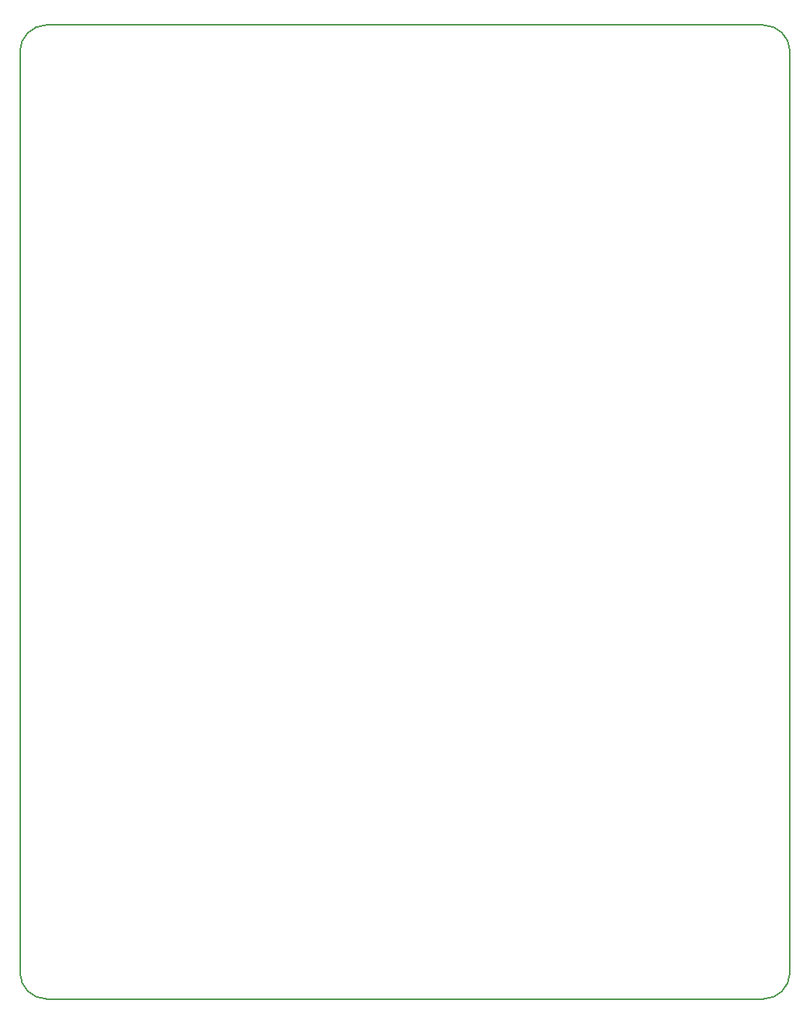
<source format=gbr>
G04 #@! TF.GenerationSoftware,KiCad,Pcbnew,(5.0.2)-1*
G04 #@! TF.CreationDate,2019-03-05T16:27:41-05:00*
G04 #@! TF.ProjectId,piezo_V2,7069657a-6f5f-4563-922e-6b696361645f,rev?*
G04 #@! TF.SameCoordinates,Original*
G04 #@! TF.FileFunction,Profile,NP*
%FSLAX46Y46*%
G04 Gerber Fmt 4.6, Leading zero omitted, Abs format (unit mm)*
G04 Created by KiCad (PCBNEW (5.0.2)-1) date 3/5/2019 4:27:41 PM*
%MOMM*%
%LPD*%
G01*
G04 APERTURE LIST*
%ADD10C,0.150000*%
G04 APERTURE END LIST*
D10*
X105000000Y-144000000D02*
X105000000Y-40000000D01*
X189000000Y-147000000D02*
X108000000Y-147000000D01*
X192000000Y-40000000D02*
X192000000Y-144000000D01*
X108000000Y-37000000D02*
X189000000Y-37000000D01*
X189000000Y-147000000D02*
G75*
G03X192000000Y-144000000I0J3000000D01*
G01*
X192000000Y-40000000D02*
G75*
G03X189000000Y-37000000I-3000000J0D01*
G01*
X105000000Y-144000000D02*
G75*
G03X108000000Y-147000000I3000000J0D01*
G01*
X108000000Y-37000000D02*
G75*
G03X105000000Y-40000000I0J-3000000D01*
G01*
M02*

</source>
